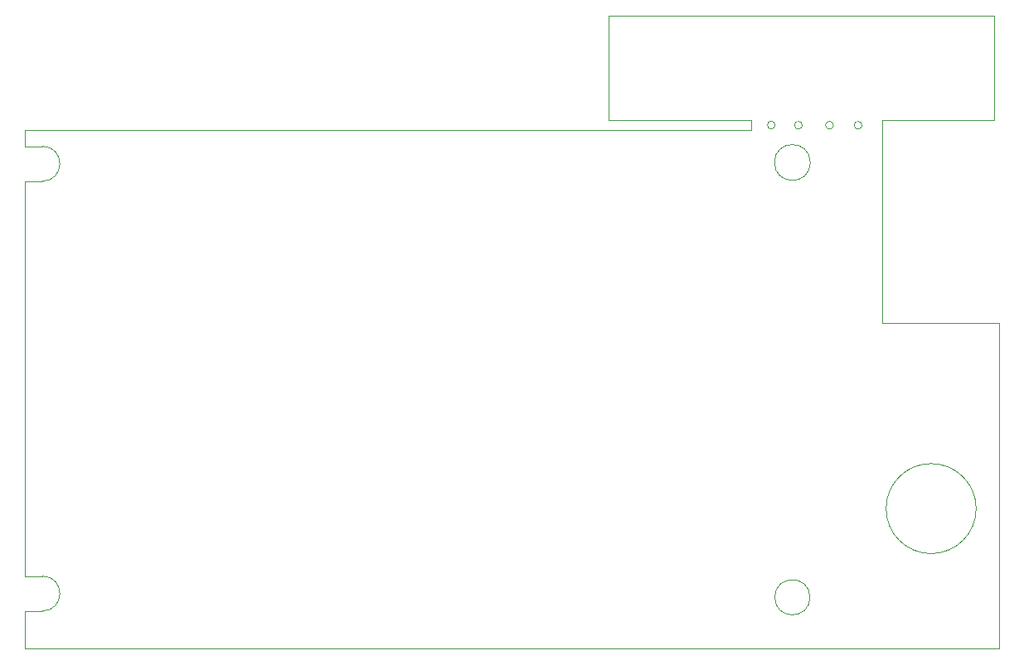
<source format=gbr>
%TF.GenerationSoftware,KiCad,Pcbnew,8.0.5*%
%TF.CreationDate,2024-10-04T09:52:45+09:00*%
%TF.ProjectId,UI__,5549fa7f-2e6b-4696-9361-645f70636258,rev?*%
%TF.SameCoordinates,Original*%
%TF.FileFunction,Profile,NP*%
%FSLAX46Y46*%
G04 Gerber Fmt 4.6, Leading zero omitted, Abs format (unit mm)*
G04 Created by KiCad (PCBNEW 8.0.5) date 2024-10-04 09:52:45*
%MOMM*%
%LPD*%
G01*
G04 APERTURE LIST*
%TA.AperFunction,Profile*%
%ADD10C,0.100000*%
%TD*%
%TA.AperFunction,Profile*%
%ADD11C,0.050000*%
%TD*%
G04 APERTURE END LIST*
D10*
X159512000Y-120142000D02*
X159500000Y-124000000D01*
X247015000Y-71000000D02*
X247015000Y-90678000D01*
X161290000Y-72644000D02*
G75*
G02*
X161290000Y-76200000I0J-1778000D01*
G01*
X236112000Y-70459600D02*
G75*
G02*
X235312000Y-70459600I-400000J0D01*
G01*
X235312000Y-70459600D02*
G75*
G02*
X236112000Y-70459600I400000J0D01*
G01*
X159500000Y-124000000D02*
X259000000Y-124000000D01*
X247015000Y-69977000D02*
X258445000Y-69977000D01*
X247015000Y-90678000D02*
X259000000Y-90678000D01*
X161290000Y-116586000D02*
G75*
G02*
X161290000Y-120142000I0J-1778000D01*
G01*
X258445000Y-59309000D02*
X219075000Y-59309000D01*
X161290000Y-120142000D02*
X159512000Y-120142000D01*
X242062000Y-70485000D02*
G75*
G02*
X241262000Y-70485000I-400000J0D01*
G01*
X241262000Y-70485000D02*
G75*
G02*
X242062000Y-70485000I400000J0D01*
G01*
X259000000Y-124000000D02*
X259000000Y-90678000D01*
X159512000Y-72644000D02*
X159500000Y-71000000D01*
X238887000Y-70485000D02*
G75*
G02*
X238087000Y-70485000I-400000J0D01*
G01*
X238087000Y-70485000D02*
G75*
G02*
X238887000Y-70485000I400000J0D01*
G01*
X247015000Y-71000000D02*
X247015000Y-69977000D01*
X161290000Y-76200000D02*
X159512000Y-76200000D01*
X219075000Y-69977000D02*
X233680000Y-69977000D01*
X161290000Y-72644000D02*
X159512000Y-72644000D01*
X159512000Y-76200000D02*
X159512000Y-116586000D01*
X219075000Y-59309000D02*
X219075000Y-69977000D01*
X258445000Y-69977000D02*
X258445000Y-59309000D01*
X161290000Y-116586000D02*
X159512000Y-116586000D01*
X239702620Y-74295000D02*
G75*
G02*
X236039380Y-74295000I-1831620J0D01*
G01*
X236039380Y-74295000D02*
G75*
G02*
X239702620Y-74295000I1831620J0D01*
G01*
X244983000Y-70485000D02*
G75*
G02*
X244183000Y-70485000I-400000J0D01*
G01*
X244183000Y-70485000D02*
G75*
G02*
X244983000Y-70485000I400000J0D01*
G01*
X239667051Y-118745000D02*
G75*
G02*
X236074949Y-118745000I-1796051J0D01*
G01*
X236074949Y-118745000D02*
G75*
G02*
X239667051Y-118745000I1796051J0D01*
G01*
X233680000Y-70993000D02*
X159500000Y-71000000D01*
X233680000Y-70993000D02*
X233680000Y-69977000D01*
D11*
%TO.C,ENC1*%
X256640000Y-109679600D02*
G75*
G02*
X247440000Y-109679600I-4600000J0D01*
G01*
X247440000Y-109679600D02*
G75*
G02*
X256640000Y-109679600I4600000J0D01*
G01*
%TD*%
M02*

</source>
